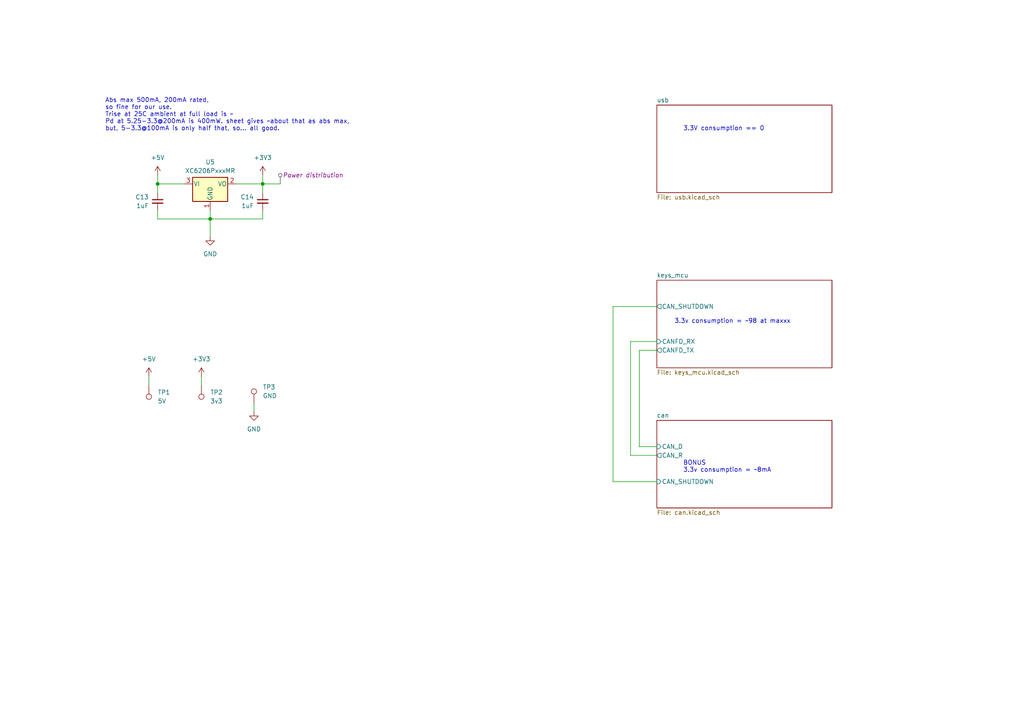
<source format=kicad_sch>
(kicad_sch (version 20230121) (generator eeschema)
  (paper "A4")
  (title_block (title "Das KB4-Bara2") (rev "r2023-12") (company "Ekta Labs") (comment 1 "http://github.com/karlp/das-kb4-bara2"))
  (lib_symbols
    (symbol "Connector:TestPoint" (pin_numbers hide) (pin_names (offset 0.762) hide)
      (property "Reference" "TP" (at 0 6.858 0))
      (property "Value" "TestPoint" (at 0 5.08 0))
      (symbol "TestPoint_0_1"
        (circle (center 0 3.302) (radius 0.762))
      )
      (symbol "TestPoint_1_1"
        (pin passive line (at 0 0 90) (length 2.54) (name "1") (number "1"))
      )
    )
    (symbol "Device:C_Small" (pin_numbers hide) (pin_names (offset 0.254) hide)
      (property "Reference" "C" (at 0.254 1.778 0))
      (property "Value" "C_Small" (at 0.254 -2.032 0))
      (symbol "C_Small_0_1"
        (polyline (pts (xy -1.524 -0.508) (xy 1.524 -0.508)) (stroke (width 0.3302)))
        (polyline (pts (xy -1.524 0.508) (xy 1.524 0.508)) (stroke (width 0.3048)))
      )
      (symbol "C_Small_1_1"
        (pin passive line (at 0 2.54 270) (length 2.032) (name "~") (number "1"))
        (pin passive line (at 0 -2.54 90) (length 2.032) (name "~") (number "2"))
      )
    )
    (symbol "Regulator_Linear:XC6206PxxxMR" (pin_names (offset 0.254))
      (property "Reference" "U" (at -3.81 3.175 0))
      (property "Value" "XC6206PxxxMR" (at 0 3.175 0))
      (symbol "XC6206PxxxMR_0_1"
        (rectangle (start -5.08 1.905) (end 5.08 -5.08) (stroke (width 0.254)) (fill (type background)))
      )
      (symbol "XC6206PxxxMR_1_1"
        (pin power_in line (at 0 -7.62 90) (length 2.54) (name "GND") (number "1"))
        (pin power_out line (at 7.62 0 180) (length 2.54) (name "VO") (number "2"))
        (pin power_in line (at -7.62 0 0) (length 2.54) (name "VI") (number "3"))
      )
    )
    (symbol "power:+3V3" (power) (pin_names (offset 0))
      (property "Value" "+3V3" (at 0 3.556 0))
      (symbol "+3V3_0_1"
        (polyline (pts (xy -0.762 1.27) (xy 0 2.54)))
        (polyline (pts (xy 0 0) (xy 0 2.54)))
        (polyline (pts (xy 0 2.54) (xy 0.762 1.27)))
      )
      (symbol "+3V3_1_1"
        (pin power_in line (at 0 0 90) (length 0) hide (name "+3V3") (number "1"))
      )
    )
    (symbol "power:+5V" (power) (pin_names (offset 0))
      (property "Value" "+5V" (at 0 3.556 0))
      (symbol "+5V_0_1"
        (polyline (pts (xy -0.762 1.27) (xy 0 2.54)))
        (polyline (pts (xy 0 0) (xy 0 2.54)))
        (polyline (pts (xy 0 2.54) (xy 0.762 1.27)))
      )
      (symbol "+5V_1_1"
        (pin power_in line (at 0 0 90) (length 0) hide (name "+5V") (number "1"))
      )
    )
    (symbol "power:GND" (power) (pin_names (offset 0))
      (property "Value" "GND" (at 0 -3.81 0))
      (symbol "GND_0_1"
        (polyline (pts (xy 0 0) (xy 0 -1.27) (xy 1.27 -1.27) (xy 0 -2.54) (xy -1.27 -1.27) (xy 0 -1.27)))
      )
      (symbol "GND_1_1"
        (pin power_in line (at 0 0 270) (length 0) hide (name "GND") (number "1"))
      )
    )
  )
  (junction (at 60.96 63.5))
  (junction (at 45.72 53.34))
  (junction (at 76.2 53.34))
  (wire (pts (xy 76.2 60.96) (xy 76.2 63.5)))
  (wire (pts (xy 190.5 132.08) (xy 182.88 132.08)))
  (wire (pts (xy 76.2 53.34) (xy 81.28 53.34)))
  (wire (pts (xy 185.42 101.6) (xy 185.42 129.54)))
  (wire (pts (xy 76.2 53.34) (xy 76.2 55.88)))
  (wire (pts (xy 45.72 60.96) (xy 45.72 63.5)))
  (wire (pts (xy 177.8 139.7) (xy 190.5 139.7)))
  (wire (pts (xy 45.72 53.34) (xy 45.72 55.88)))
  (wire (pts (xy 58.42 109.22) (xy 58.42 111.76)))
  (wire (pts (xy 182.88 132.08) (xy 182.88 99.06)))
  (wire (pts (xy 76.2 50.8) (xy 76.2 53.34)))
  (wire (pts (xy 60.96 60.96) (xy 60.96 63.5)))
  (wire (pts (xy 45.72 53.34) (xy 53.34 53.34)))
  (wire (pts (xy 185.42 129.54) (xy 190.5 129.54)))
  (wire (pts (xy 45.72 50.8) (xy 45.72 53.34)))
  (wire (pts (xy 177.8 88.9) (xy 177.8 139.7)))
  (wire (pts (xy 68.58 53.34) (xy 76.2 53.34)))
  (wire (pts (xy 45.72 63.5) (xy 60.96 63.5)))
  (wire (pts (xy 182.88 99.06) (xy 190.5 99.06)))
  (wire (pts (xy 60.96 63.5) (xy 60.96 68.58)))
  (wire (pts (xy 76.2 63.5) (xy 60.96 63.5)))
  (wire (pts (xy 43.18 109.22) (xy 43.18 111.76)))
  (wire (pts (xy 190.5 88.9) (xy 177.8 88.9)))
  (wire (pts (xy 73.66 116.84) (xy 73.66 119.38)))
  (wire (pts (xy 190.5 101.6) (xy 185.42 101.6)))
  (text "Abs max 500mA, 200mA rated,\nso fine for our use.\nTrise at 25C ambient at full load is ~\nPd at 5.25-3.3@200mA is 400mW. sheet gives ~about that as abs max,\nbut, 5-3.3@100mA is only half that, so... all good." (at 30.48 38.1 0) (effects (font (size 1.27 1.27)) (justify left bottom)))
  (text "3.3V consumption == 0" (at 198.12 38.1 0) (effects (font (size 1.27 1.27)) (justify left bottom)))
  (text "BONUS\n3.3v consumption = ~8mA" (at 198.12 137.16 0) (effects (font (size 1.27 1.27)) (justify left bottom)))
  (text "3.3v consumption = ~98 at maxxx" (at 195.58 93.98 0) (effects (font (size 1.27 1.27)) (justify left bottom)))
  (netclass_flag "" (length 2.54) (shape round) (at 81.28 53.34 0) (property "Netclass" "Power distribution" (at 81.9785 50.8 0) (effects (font italic) (justify left))))
  (symbol (lib_id "power:+5V") (at 43.18 109.22 0) (unit 1)
    (property "Reference" "#PWR041" (effects hide))
    (property "Value" "+5V" (at 43.18 104.14 0))
  )
  (symbol (lib_id "power:+5V") (at 45.72 50.8 0) (unit 1)
    (property "Reference" "#PWR029" (effects hide))
    (property "Value" "+5V" (at 45.72 45.72 0))
  )
  (symbol (lib_id "Connector:TestPoint") (at 58.42 111.76 180) (unit 1) (in_bom no)
    (property "Reference" "TP2" (at 60.96 113.792 0) (effects (justify right)))
    (property "Value" "3v3" (at 60.96 116.332 0) (effects (justify right)))
    (property "Footprint" "TestPoint:TestPoint_THTPad_D1.5mm_Drill0.7mm" (effects hide))
  )
  (symbol (lib_id "Connector:TestPoint") (at 43.18 111.76 180) (unit 1) (in_bom no)
    (property "Reference" "TP1" (at 45.72 113.792 0) (effects (justify right)))
    (property "Value" "5V" (at 45.72 116.332 0) (effects (justify right)))
    (property "Footprint" "TestPoint:TestPoint_THTPad_D1.5mm_Drill0.7mm" (effects hide))
  )
  (symbol (lib_id "power:GND") (at 60.96 68.58 0) (unit 1)
    (property "Reference" "#PWR039" (effects hide))
    (property "Value" "GND" (at 60.96 73.66 0))
  )
  (symbol (lib_id "Regulator_Linear:XC6206PxxxMR") (at 60.96 53.34 0) (unit 1)
    (property "Reference" "U5" (at 60.96 46.99 0))
    (property "Value" "XC6206PxxxMR" (at 60.96 49.53 0))
    (property "Footprint" "Package_TO_SOT_SMD:SOT-23-3" (effects hide))
    (property "Datasheet" "https://www.torexsemi.com/file/xc6206/XC6206.pdf" (effects hide))
    (property "MPN" "XC6206P332MR" (effects hide))
    (property "lcsc#" "C5446" (effects hide))
  )
  (symbol (lib_id "power:GND") (at 73.66 119.38 0) (unit 1)
    (property "Reference" "#PWR043" (effects hide))
    (property "Value" "GND" (at 73.66 124.46 0))
  )
  (symbol (lib_id "Device:C_Small") (at 76.2 58.42 0) (unit 1)
    (property "Reference" "C14" (at 73.66 57.1563 0) (effects (justify right)))
    (property "Value" "1uF" (at 73.66 59.6963 0) (effects (justify right)))
    (property "Footprint" "Capacitor_SMD:C_0603_1608Metric" (effects hide))
    (property "MPN" "CL10A105KB8NNNC" (effects hide))
    (property "jlc-basic" "1" (effects hide))
    (property "lcsc#" "C15849" (effects hide))
  )
  (symbol (lib_id "power:+3V3") (at 58.42 109.22 0) (unit 1)
    (property "Reference" "#PWR042" (effects hide))
    (property "Value" "+3V3" (at 58.42 104.14 0))
  )
  (symbol (lib_id "Device:C_Small") (at 45.72 58.42 0) (unit 1)
    (property "Reference" "C13" (at 43.18 57.1563 0) (effects (justify right)))
    (property "Value" "1uF" (at 43.18 59.6963 0) (effects (justify right)))
    (property "Footprint" "Capacitor_SMD:C_0603_1608Metric" (effects hide))
    (property "MPN" "CL10A105KB8NNNC" (effects hide))
    (property "jlc-basic" "1" (effects hide))
    (property "lcsc#" "C15849" (effects hide))
  )
  (symbol (lib_id "power:+3V3") (at 76.2 50.8 0) (unit 1)
    (property "Reference" "#PWR038" (effects hide))
    (property "Value" "+3V3" (at 76.2 45.72 0))
  )
  (symbol (lib_id "Connector:TestPoint") (at 73.66 116.84 0) (unit 1) (in_bom no)
    (property "Reference" "TP3" (at 76.2 112.268 0) (effects (justify left)))
    (property "Value" "GND" (at 76.2 114.808 0) (effects (justify left)))
    (property "Footprint" "TestPoint:TestPoint_THTPad_D1.5mm_Drill0.7mm" (effects hide))
  )
  (sheet (at 190.5 81.28) (size 50.8 25.4) (stroke (width 0.1524))
    (property "Sheetname" "keys_mcu" (at 190.5 80.5684 0) (effects (justify left bottom)))
    (property "Sheetfile" "keys_mcu.kicad_sch" (at 190.5 107.2646 0) (effects (justify left top)))
    (pin "CANFD_RX" input (at 190.5 99.06 180))
    (pin "CANFD_TX" output (at 190.5 101.6 180))
    (pin "CAN_SHUTDOWN" output (at 190.5 88.9 180))
  )
  (sheet (at 190.5 121.92) (size 50.8 25.4) (stroke (width 0.1524))
    (property "Sheetname" "can" (at 190.5 121.2084 0) (effects (justify left bottom)))
    (property "Sheetfile" "can.kicad_sch" (at 190.5 147.9046 0) (effects (justify left top)))
    (pin "CAN_D" input (at 190.5 129.54 180))
    (pin "CAN_R" output (at 190.5 132.08 180))
    (pin "CAN_SHUTDOWN" input (at 190.5 139.7 180))
  )
  (sheet (at 190.5 30.48) (size 50.8 25.4) (stroke (width 0.1524))
    (property "Sheetname" "usb" (at 190.5 29.7684 0) (effects (justify left bottom)))
    (property "Sheetfile" "usb.kicad_sch" (at 190.5 56.4646 0) (effects (justify left top)))
  )
)
</source>
